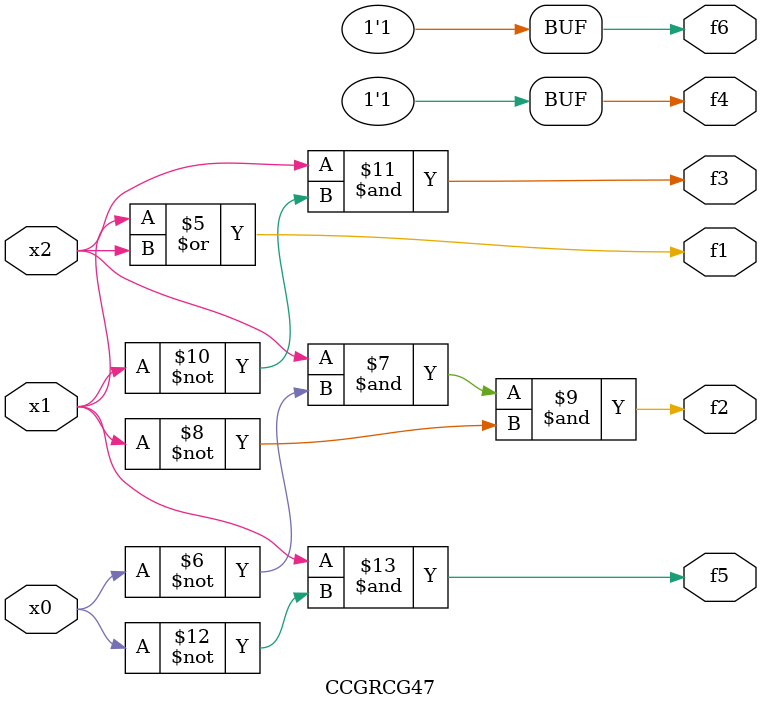
<source format=v>

module CCGRCG47 ( 
    x0, x1, x2,
    f1, f2, f3, f4, f5, f6  );
  input  x0, x1, x2;
  output f1, f2, f3, f4, f5, f6;
  wire new_n10_, new_n11_;
  assign new_n10_ = ~x1;
  assign new_n11_ = ~x2;
  assign f1 = ~new_n10_ | ~new_n11_;
  assign f2 = x2 & ~x0 & ~x1;
  assign f3 = x2 & ~x1;
  assign f5 = x1 & ~x0;
  assign f4 = 1'b1;
  assign f6 = 1'b1;
endmodule



</source>
